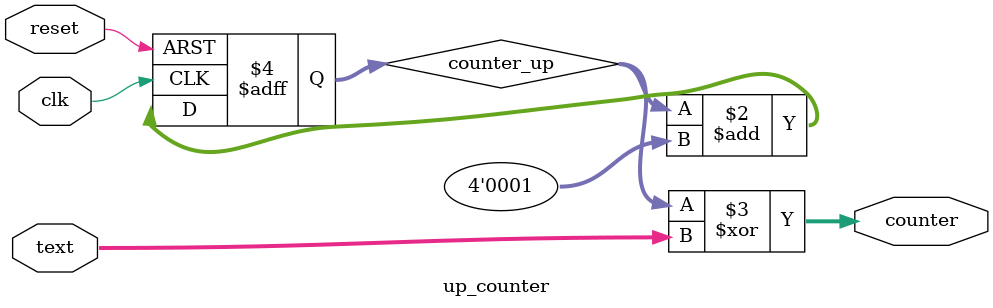
<source format=v>
module up_counter( clk, reset, text, counter);

	input clk, reset;
	input[3:0] text;
	output[3:0] counter;
		

    reg [3:0] counter_up;

    always @(posedge clk or posedge reset)
    begin
        if(reset)
            counter_up <= 4'd0;
    else
        counter_up <= counter_up + 4'd1;
    end 
    assign counter = counter_up ^ text;

endmodule

</source>
